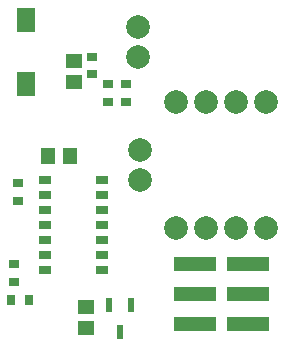
<source format=gbr>
G04 Layer_Color=255*
%FSLAX45Y45*%
%MOMM*%
%TF.FileFunction,Pads,Top*%
%TF.Part,Single*%
G01*
G75*
%TA.AperFunction,SMDPad,CuDef*%
%ADD10R,3.68000X1.27000*%
%ADD11R,0.60000X1.15000*%
%TA.AperFunction,ConnectorPad*%
%ADD12R,1.60000X2.00000*%
%TA.AperFunction,SMDPad,CuDef*%
%ADD13R,0.90000X0.70000*%
%ADD14R,0.70000X0.90000*%
%ADD15R,1.40000X1.20000*%
%ADD16R,0.90000X0.80000*%
%ADD17R,1.00000X0.65000*%
%ADD18R,1.20000X1.40000*%
%TA.AperFunction,ComponentPad*%
%ADD21C,2.00000*%
D10*
X558800Y0D02*
D03*
Y-254000D02*
D03*
Y-508000D02*
D03*
X114300D02*
D03*
Y-254000D02*
D03*
Y0D02*
D03*
D11*
X-520700Y-577901D02*
D03*
X-615701Y-352897D02*
D03*
X-425699D02*
D03*
D12*
X-1320800Y2063999D02*
D03*
Y1524000D02*
D03*
D13*
X-1422400Y-152400D02*
D03*
Y-2398D02*
D03*
X-472999Y1367399D02*
D03*
Y1517401D02*
D03*
X-625399D02*
D03*
Y1367399D02*
D03*
X-1384300Y534599D02*
D03*
Y684601D02*
D03*
D14*
X-1296599Y-304800D02*
D03*
X-1446601D02*
D03*
D15*
X-812800Y-547202D02*
D03*
Y-367198D02*
D03*
X-911098Y1715597D02*
D03*
Y1535598D02*
D03*
D16*
X-758698Y1606398D02*
D03*
Y1746402D02*
D03*
D17*
X-1155700Y457200D02*
D03*
Y330200D02*
D03*
Y203200D02*
D03*
X-673100D02*
D03*
Y330200D02*
D03*
Y457200D02*
D03*
X-1155700Y584200D02*
D03*
Y711200D02*
D03*
Y76200D02*
D03*
Y-50800D02*
D03*
X-673100Y76200D02*
D03*
Y-50800D02*
D03*
Y584200D02*
D03*
Y711200D02*
D03*
D18*
X-1130300Y914400D02*
D03*
X-950300D02*
D03*
D21*
X711200Y1371600D02*
D03*
X457200D02*
D03*
X203200D02*
D03*
X-50800D02*
D03*
X711200Y304800D02*
D03*
X457200D02*
D03*
X203200D02*
D03*
X-50800D02*
D03*
X-355600Y965200D02*
D03*
Y711200D02*
D03*
X-368300Y2006595D02*
D03*
Y1752595D02*
D03*
%TF.MD5,16001f6e75fa86891c96fbf33e34ec73*%
M02*

</source>
